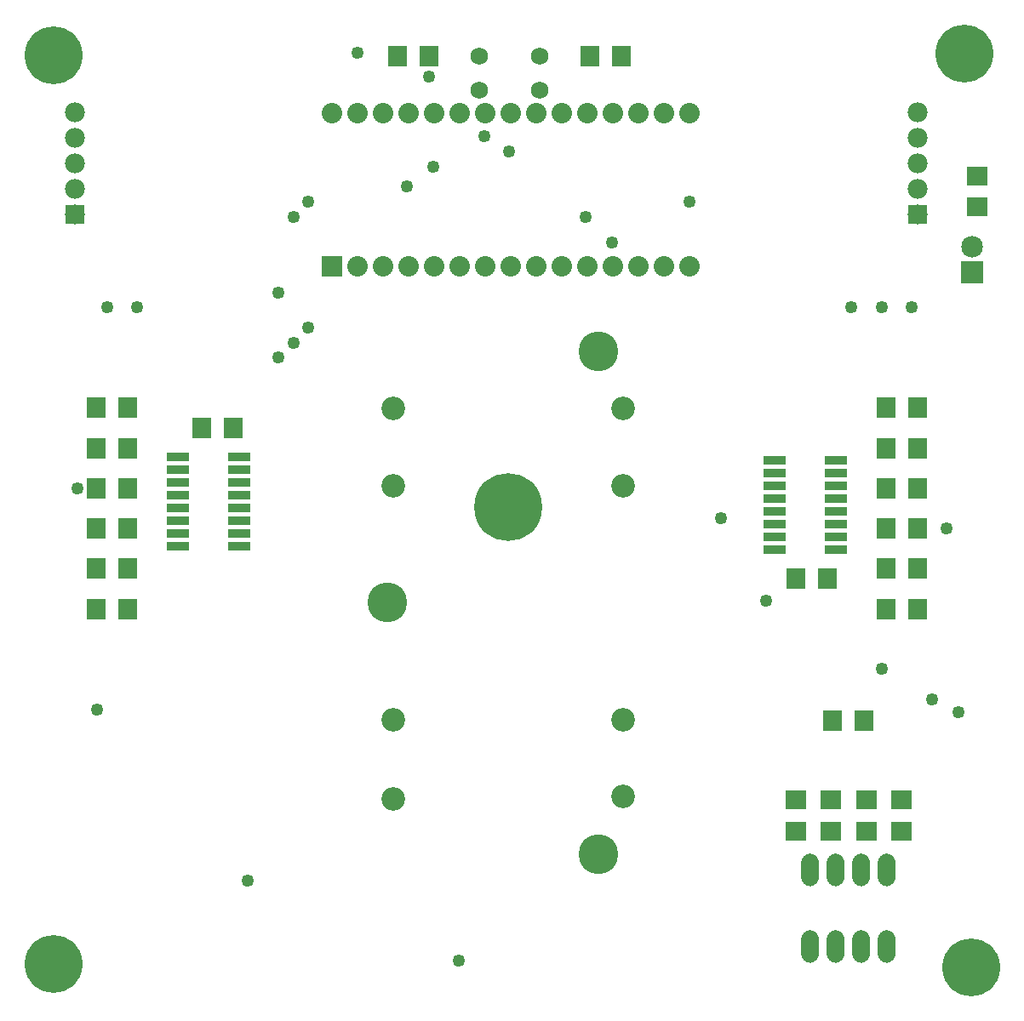
<source format=gts>
G04 MADE WITH FRITZING*
G04 WWW.FRITZING.ORG*
G04 DOUBLE SIDED*
G04 HOLES PLATED*
G04 CONTOUR ON CENTER OF CONTOUR VECTOR*
%ASAXBY*%
%FSLAX23Y23*%
%MOIN*%
%OFA0B0*%
%SFA1.0B1.0*%
%ADD10C,0.049370*%
%ADD11C,0.085000*%
%ADD12C,0.068189*%
%ADD13C,0.069055*%
%ADD14C,0.080000*%
%ADD15C,0.092677*%
%ADD16C,0.265905*%
%ADD17C,0.155669*%
%ADD18C,0.226535*%
%ADD19C,0.077559*%
%ADD20R,0.084803X0.072992*%
%ADD21R,0.085000X0.085000*%
%ADD22R,0.072992X0.084803*%
%ADD23R,0.090000X0.036000*%
%ADD24R,0.080000X0.079972*%
%ADD25R,0.077559X0.077559*%
%ADD26R,0.001000X0.001000*%
%LNMASK1*%
G90*
G70*
G54D10*
X3682Y1888D03*
X3726Y1169D03*
G54D11*
X3780Y2892D03*
X3780Y2992D03*
G54D12*
X3147Y250D03*
X3247Y250D03*
X3347Y250D03*
X3447Y250D03*
X3447Y550D03*
X3347Y550D03*
X3247Y550D03*
X3147Y550D03*
G54D10*
X1654Y3660D03*
X1373Y3752D03*
G54D13*
X1851Y3739D03*
X1851Y3605D03*
X1851Y3739D03*
X1851Y3605D03*
X2087Y3739D03*
X2087Y3605D03*
X2087Y3739D03*
X2087Y3605D03*
G54D14*
X1273Y2914D03*
X1373Y2914D03*
X1473Y2914D03*
X1573Y2914D03*
X1673Y2914D03*
X1773Y2914D03*
X1873Y2914D03*
X1973Y2914D03*
X2073Y2914D03*
X2173Y2914D03*
X2273Y2914D03*
X2373Y2914D03*
X2473Y2914D03*
X2573Y2914D03*
X2673Y2914D03*
X1273Y3514D03*
X1373Y3514D03*
X1473Y3514D03*
X1573Y3514D03*
X1673Y3514D03*
X1773Y3514D03*
X1873Y3514D03*
X1973Y3514D03*
X2073Y3514D03*
X2173Y3514D03*
X2273Y3514D03*
X2373Y3514D03*
X2473Y3514D03*
X2573Y3514D03*
X2673Y3514D03*
G54D10*
X1772Y195D03*
X945Y510D03*
X355Y1179D03*
X394Y2754D03*
X512Y2754D03*
X276Y2046D03*
X1123Y2616D03*
X1182Y2676D03*
X1182Y3168D03*
X1123Y3109D03*
X2269Y3110D03*
X2675Y3169D03*
X2974Y1604D03*
X2370Y3008D03*
X3426Y2754D03*
X3544Y2754D03*
X3623Y1219D03*
X3426Y1337D03*
X3308Y2754D03*
X2796Y1927D03*
X1670Y3305D03*
X1969Y3365D03*
X1567Y3230D03*
X1871Y3424D03*
G54D15*
X2415Y2358D03*
X2415Y2055D03*
X1515Y2055D03*
X1515Y2358D03*
X1515Y829D03*
X1515Y1140D03*
X2415Y1140D03*
X2415Y837D03*
G54D16*
X1965Y1971D03*
G54D17*
X2319Y2582D03*
X1492Y1597D03*
X2319Y613D03*
G54D18*
X184Y181D03*
X3751Y3749D03*
X183Y3741D03*
X3776Y167D03*
G54D10*
X1064Y2813D03*
X1064Y2557D03*
G54D19*
X269Y3117D03*
X269Y3217D03*
X269Y3317D03*
X269Y3417D03*
X269Y3517D03*
X3569Y3117D03*
X3569Y3217D03*
X3569Y3317D03*
X3569Y3417D03*
X3569Y3517D03*
G54D20*
X3505Y703D03*
X3505Y825D03*
G54D21*
X3780Y2892D03*
G54D20*
X3367Y703D03*
X3367Y825D03*
X3229Y703D03*
X3229Y825D03*
X3091Y703D03*
X3091Y825D03*
G54D22*
X3234Y1134D03*
X3356Y1134D03*
X886Y2282D03*
X764Y2282D03*
X3091Y1691D03*
X3213Y1691D03*
G54D23*
X670Y2167D03*
X670Y2117D03*
X670Y2067D03*
X670Y2017D03*
X670Y1967D03*
X670Y1917D03*
X670Y1867D03*
X670Y1817D03*
X912Y1817D03*
X912Y1867D03*
X912Y1917D03*
X912Y1967D03*
X912Y2017D03*
X912Y2067D03*
X912Y2117D03*
X912Y2167D03*
G54D24*
X1273Y2914D03*
G54D22*
X3445Y2361D03*
X3567Y2361D03*
X473Y1573D03*
X351Y1573D03*
X3445Y2203D03*
X3567Y2203D03*
X473Y1731D03*
X351Y1731D03*
X3445Y2046D03*
X3567Y2046D03*
X473Y1888D03*
X351Y1888D03*
X473Y2046D03*
X351Y2046D03*
X3445Y1888D03*
X3567Y1888D03*
X3445Y1731D03*
X3567Y1731D03*
X473Y2203D03*
X351Y2203D03*
X3445Y1573D03*
X3567Y1573D03*
X473Y2361D03*
X351Y2361D03*
G54D23*
X3249Y1806D03*
X3249Y1856D03*
X3249Y1906D03*
X3249Y1956D03*
X3249Y2006D03*
X3249Y2056D03*
X3249Y2106D03*
X3249Y2156D03*
X3007Y2156D03*
X3007Y2106D03*
X3007Y2056D03*
X3007Y2006D03*
X3007Y1956D03*
X3007Y1906D03*
X3007Y1856D03*
X3007Y1806D03*
G54D20*
X3800Y3148D03*
X3800Y3270D03*
G54D22*
X1654Y3739D03*
X1532Y3739D03*
X2284Y3739D03*
X2406Y3739D03*
G54D25*
X269Y3117D03*
X3569Y3117D03*
G54D26*
X3143Y613D02*
X3150Y613D01*
X3243Y613D02*
X3250Y613D01*
X3343Y613D02*
X3350Y613D01*
X3443Y613D02*
X3450Y613D01*
X3138Y612D02*
X3155Y612D01*
X3238Y612D02*
X3255Y612D01*
X3338Y612D02*
X3355Y612D01*
X3438Y612D02*
X3455Y612D01*
X3135Y611D02*
X3158Y611D01*
X3235Y611D02*
X3258Y611D01*
X3335Y611D02*
X3358Y611D01*
X3435Y611D02*
X3458Y611D01*
X3133Y610D02*
X3160Y610D01*
X3233Y610D02*
X3260Y610D01*
X3333Y610D02*
X3360Y610D01*
X3433Y610D02*
X3460Y610D01*
X3131Y609D02*
X3162Y609D01*
X3231Y609D02*
X3262Y609D01*
X3331Y609D02*
X3362Y609D01*
X3431Y609D02*
X3462Y609D01*
X3129Y608D02*
X3164Y608D01*
X3229Y608D02*
X3264Y608D01*
X3329Y608D02*
X3364Y608D01*
X3429Y608D02*
X3464Y608D01*
X3127Y607D02*
X3166Y607D01*
X3227Y607D02*
X3266Y607D01*
X3327Y607D02*
X3366Y607D01*
X3427Y607D02*
X3466Y607D01*
X3126Y606D02*
X3167Y606D01*
X3226Y606D02*
X3267Y606D01*
X3326Y606D02*
X3367Y606D01*
X3426Y606D02*
X3467Y606D01*
X3125Y605D02*
X3168Y605D01*
X3225Y605D02*
X3268Y605D01*
X3325Y605D02*
X3368Y605D01*
X3425Y605D02*
X3468Y605D01*
X3124Y604D02*
X3169Y604D01*
X3224Y604D02*
X3269Y604D01*
X3324Y604D02*
X3369Y604D01*
X3424Y604D02*
X3469Y604D01*
X3123Y603D02*
X3170Y603D01*
X3223Y603D02*
X3270Y603D01*
X3323Y603D02*
X3370Y603D01*
X3423Y603D02*
X3470Y603D01*
X3122Y602D02*
X3171Y602D01*
X3222Y602D02*
X3271Y602D01*
X3322Y602D02*
X3371Y602D01*
X3422Y602D02*
X3471Y602D01*
X3121Y601D02*
X3172Y601D01*
X3221Y601D02*
X3272Y601D01*
X3321Y601D02*
X3372Y601D01*
X3421Y601D02*
X3472Y601D01*
X3120Y600D02*
X3173Y600D01*
X3220Y600D02*
X3273Y600D01*
X3320Y600D02*
X3373Y600D01*
X3420Y600D02*
X3473Y600D01*
X3119Y599D02*
X3174Y599D01*
X3219Y599D02*
X3274Y599D01*
X3319Y599D02*
X3374Y599D01*
X3419Y599D02*
X3474Y599D01*
X3119Y598D02*
X3174Y598D01*
X3219Y598D02*
X3274Y598D01*
X3319Y598D02*
X3374Y598D01*
X3419Y598D02*
X3474Y598D01*
X3118Y597D02*
X3175Y597D01*
X3218Y597D02*
X3275Y597D01*
X3318Y597D02*
X3375Y597D01*
X3418Y597D02*
X3475Y597D01*
X3117Y596D02*
X3175Y596D01*
X3217Y596D02*
X3275Y596D01*
X3317Y596D02*
X3375Y596D01*
X3417Y596D02*
X3475Y596D01*
X3117Y595D02*
X3176Y595D01*
X3217Y595D02*
X3276Y595D01*
X3317Y595D02*
X3376Y595D01*
X3417Y595D02*
X3476Y595D01*
X3116Y594D02*
X3177Y594D01*
X3216Y594D02*
X3277Y594D01*
X3316Y594D02*
X3377Y594D01*
X3416Y594D02*
X3477Y594D01*
X3116Y593D02*
X3177Y593D01*
X3216Y593D02*
X3277Y593D01*
X3316Y593D02*
X3377Y593D01*
X3416Y593D02*
X3477Y593D01*
X3115Y592D02*
X3177Y592D01*
X3215Y592D02*
X3277Y592D01*
X3315Y592D02*
X3377Y592D01*
X3415Y592D02*
X3477Y592D01*
X3115Y591D02*
X3178Y591D01*
X3215Y591D02*
X3278Y591D01*
X3315Y591D02*
X3378Y591D01*
X3415Y591D02*
X3478Y591D01*
X3115Y590D02*
X3178Y590D01*
X3215Y590D02*
X3278Y590D01*
X3315Y590D02*
X3378Y590D01*
X3415Y590D02*
X3478Y590D01*
X3114Y589D02*
X3179Y589D01*
X3214Y589D02*
X3279Y589D01*
X3314Y589D02*
X3379Y589D01*
X3414Y589D02*
X3479Y589D01*
X3114Y588D02*
X3179Y588D01*
X3214Y588D02*
X3279Y588D01*
X3314Y588D02*
X3379Y588D01*
X3414Y588D02*
X3479Y588D01*
X3114Y587D02*
X3179Y587D01*
X3214Y587D02*
X3279Y587D01*
X3314Y587D02*
X3379Y587D01*
X3414Y587D02*
X3479Y587D01*
X3114Y586D02*
X3179Y586D01*
X3214Y586D02*
X3279Y586D01*
X3314Y586D02*
X3379Y586D01*
X3414Y586D02*
X3479Y586D01*
X3113Y585D02*
X3179Y585D01*
X3213Y585D02*
X3279Y585D01*
X3313Y585D02*
X3379Y585D01*
X3413Y585D02*
X3479Y585D01*
X3113Y584D02*
X3180Y584D01*
X3213Y584D02*
X3280Y584D01*
X3313Y584D02*
X3380Y584D01*
X3413Y584D02*
X3480Y584D01*
X3113Y583D02*
X3180Y583D01*
X3213Y583D02*
X3280Y583D01*
X3313Y583D02*
X3380Y583D01*
X3413Y583D02*
X3480Y583D01*
X3113Y582D02*
X3180Y582D01*
X3213Y582D02*
X3280Y582D01*
X3313Y582D02*
X3380Y582D01*
X3413Y582D02*
X3480Y582D01*
X3113Y581D02*
X3180Y581D01*
X3213Y581D02*
X3280Y581D01*
X3313Y581D02*
X3380Y581D01*
X3413Y581D02*
X3480Y581D01*
X3113Y580D02*
X3180Y580D01*
X3213Y580D02*
X3280Y580D01*
X3313Y580D02*
X3380Y580D01*
X3413Y580D02*
X3480Y580D01*
X3113Y579D02*
X3180Y579D01*
X3213Y579D02*
X3280Y579D01*
X3313Y579D02*
X3380Y579D01*
X3413Y579D02*
X3480Y579D01*
X3113Y578D02*
X3180Y578D01*
X3213Y578D02*
X3280Y578D01*
X3313Y578D02*
X3380Y578D01*
X3413Y578D02*
X3480Y578D01*
X3113Y577D02*
X3180Y577D01*
X3213Y577D02*
X3280Y577D01*
X3313Y577D02*
X3380Y577D01*
X3413Y577D02*
X3480Y577D01*
X3113Y576D02*
X3180Y576D01*
X3213Y576D02*
X3280Y576D01*
X3313Y576D02*
X3380Y576D01*
X3413Y576D02*
X3480Y576D01*
X3113Y575D02*
X3180Y575D01*
X3213Y575D02*
X3280Y575D01*
X3313Y575D02*
X3380Y575D01*
X3413Y575D02*
X3480Y575D01*
X3113Y574D02*
X3180Y574D01*
X3213Y574D02*
X3280Y574D01*
X3313Y574D02*
X3380Y574D01*
X3413Y574D02*
X3480Y574D01*
X3113Y573D02*
X3180Y573D01*
X3213Y573D02*
X3280Y573D01*
X3313Y573D02*
X3380Y573D01*
X3413Y573D02*
X3480Y573D01*
X3113Y572D02*
X3180Y572D01*
X3213Y572D02*
X3280Y572D01*
X3313Y572D02*
X3380Y572D01*
X3413Y572D02*
X3480Y572D01*
X3113Y571D02*
X3180Y571D01*
X3213Y571D02*
X3280Y571D01*
X3313Y571D02*
X3380Y571D01*
X3413Y571D02*
X3480Y571D01*
X3113Y570D02*
X3180Y570D01*
X3213Y570D02*
X3280Y570D01*
X3313Y570D02*
X3380Y570D01*
X3413Y570D02*
X3480Y570D01*
X3113Y569D02*
X3180Y569D01*
X3213Y569D02*
X3280Y569D01*
X3313Y569D02*
X3380Y569D01*
X3413Y569D02*
X3480Y569D01*
X3113Y568D02*
X3180Y568D01*
X3213Y568D02*
X3280Y568D01*
X3313Y568D02*
X3380Y568D01*
X3413Y568D02*
X3480Y568D01*
X3113Y567D02*
X3180Y567D01*
X3213Y567D02*
X3280Y567D01*
X3313Y567D02*
X3380Y567D01*
X3413Y567D02*
X3480Y567D01*
X3113Y566D02*
X3180Y566D01*
X3213Y566D02*
X3280Y566D01*
X3313Y566D02*
X3380Y566D01*
X3413Y566D02*
X3480Y566D01*
X3113Y565D02*
X3180Y565D01*
X3213Y565D02*
X3280Y565D01*
X3313Y565D02*
X3380Y565D01*
X3413Y565D02*
X3480Y565D01*
X3113Y564D02*
X3144Y564D01*
X3149Y564D02*
X3180Y564D01*
X3213Y564D02*
X3244Y564D01*
X3249Y564D02*
X3280Y564D01*
X3313Y564D02*
X3344Y564D01*
X3349Y564D02*
X3380Y564D01*
X3413Y564D02*
X3444Y564D01*
X3449Y564D02*
X3480Y564D01*
X3113Y563D02*
X3140Y563D01*
X3153Y563D02*
X3180Y563D01*
X3213Y563D02*
X3240Y563D01*
X3253Y563D02*
X3280Y563D01*
X3313Y563D02*
X3340Y563D01*
X3353Y563D02*
X3380Y563D01*
X3413Y563D02*
X3440Y563D01*
X3453Y563D02*
X3480Y563D01*
X3113Y562D02*
X3138Y562D01*
X3154Y562D02*
X3180Y562D01*
X3213Y562D02*
X3238Y562D01*
X3254Y562D02*
X3280Y562D01*
X3313Y562D02*
X3338Y562D01*
X3354Y562D02*
X3380Y562D01*
X3413Y562D02*
X3438Y562D01*
X3454Y562D02*
X3480Y562D01*
X3113Y561D02*
X3137Y561D01*
X3156Y561D02*
X3180Y561D01*
X3213Y561D02*
X3237Y561D01*
X3256Y561D02*
X3280Y561D01*
X3313Y561D02*
X3337Y561D01*
X3356Y561D02*
X3380Y561D01*
X3413Y561D02*
X3437Y561D01*
X3456Y561D02*
X3480Y561D01*
X3113Y560D02*
X3136Y560D01*
X3157Y560D02*
X3180Y560D01*
X3213Y560D02*
X3236Y560D01*
X3257Y560D02*
X3280Y560D01*
X3313Y560D02*
X3336Y560D01*
X3357Y560D02*
X3380Y560D01*
X3413Y560D02*
X3436Y560D01*
X3457Y560D02*
X3480Y560D01*
X3113Y559D02*
X3135Y559D01*
X3158Y559D02*
X3180Y559D01*
X3213Y559D02*
X3235Y559D01*
X3258Y559D02*
X3280Y559D01*
X3313Y559D02*
X3335Y559D01*
X3358Y559D02*
X3380Y559D01*
X3413Y559D02*
X3435Y559D01*
X3458Y559D02*
X3480Y559D01*
X3113Y558D02*
X3134Y558D01*
X3159Y558D02*
X3180Y558D01*
X3213Y558D02*
X3234Y558D01*
X3259Y558D02*
X3280Y558D01*
X3313Y558D02*
X3334Y558D01*
X3359Y558D02*
X3380Y558D01*
X3413Y558D02*
X3434Y558D01*
X3459Y558D02*
X3480Y558D01*
X3113Y557D02*
X3134Y557D01*
X3159Y557D02*
X3180Y557D01*
X3213Y557D02*
X3234Y557D01*
X3259Y557D02*
X3280Y557D01*
X3313Y557D02*
X3334Y557D01*
X3359Y557D02*
X3380Y557D01*
X3413Y557D02*
X3434Y557D01*
X3459Y557D02*
X3480Y557D01*
X3113Y556D02*
X3133Y556D01*
X3160Y556D02*
X3180Y556D01*
X3213Y556D02*
X3233Y556D01*
X3260Y556D02*
X3280Y556D01*
X3313Y556D02*
X3333Y556D01*
X3360Y556D02*
X3380Y556D01*
X3413Y556D02*
X3433Y556D01*
X3460Y556D02*
X3480Y556D01*
X3113Y555D02*
X3133Y555D01*
X3160Y555D02*
X3180Y555D01*
X3213Y555D02*
X3233Y555D01*
X3260Y555D02*
X3280Y555D01*
X3313Y555D02*
X3333Y555D01*
X3360Y555D02*
X3380Y555D01*
X3413Y555D02*
X3433Y555D01*
X3460Y555D02*
X3480Y555D01*
X3113Y554D02*
X3132Y554D01*
X3161Y554D02*
X3180Y554D01*
X3213Y554D02*
X3232Y554D01*
X3261Y554D02*
X3280Y554D01*
X3313Y554D02*
X3332Y554D01*
X3361Y554D02*
X3380Y554D01*
X3413Y554D02*
X3432Y554D01*
X3461Y554D02*
X3480Y554D01*
X3113Y553D02*
X3132Y553D01*
X3161Y553D02*
X3180Y553D01*
X3213Y553D02*
X3232Y553D01*
X3261Y553D02*
X3280Y553D01*
X3313Y553D02*
X3332Y553D01*
X3361Y553D02*
X3380Y553D01*
X3413Y553D02*
X3432Y553D01*
X3461Y553D02*
X3480Y553D01*
X3113Y552D02*
X3132Y552D01*
X3161Y552D02*
X3180Y552D01*
X3213Y552D02*
X3232Y552D01*
X3261Y552D02*
X3280Y552D01*
X3313Y552D02*
X3332Y552D01*
X3361Y552D02*
X3380Y552D01*
X3413Y552D02*
X3432Y552D01*
X3461Y552D02*
X3480Y552D01*
X3113Y551D02*
X3132Y551D01*
X3161Y551D02*
X3180Y551D01*
X3213Y551D02*
X3232Y551D01*
X3261Y551D02*
X3280Y551D01*
X3313Y551D02*
X3332Y551D01*
X3361Y551D02*
X3380Y551D01*
X3413Y551D02*
X3432Y551D01*
X3461Y551D02*
X3480Y551D01*
X3113Y550D02*
X3132Y550D01*
X3161Y550D02*
X3180Y550D01*
X3213Y550D02*
X3232Y550D01*
X3261Y550D02*
X3280Y550D01*
X3313Y550D02*
X3332Y550D01*
X3361Y550D02*
X3380Y550D01*
X3413Y550D02*
X3432Y550D01*
X3461Y550D02*
X3480Y550D01*
X3113Y549D02*
X3132Y549D01*
X3161Y549D02*
X3180Y549D01*
X3213Y549D02*
X3232Y549D01*
X3261Y549D02*
X3280Y549D01*
X3313Y549D02*
X3332Y549D01*
X3361Y549D02*
X3380Y549D01*
X3413Y549D02*
X3432Y549D01*
X3461Y549D02*
X3480Y549D01*
X3113Y548D02*
X3132Y548D01*
X3161Y548D02*
X3180Y548D01*
X3213Y548D02*
X3232Y548D01*
X3261Y548D02*
X3280Y548D01*
X3313Y548D02*
X3332Y548D01*
X3361Y548D02*
X3380Y548D01*
X3413Y548D02*
X3432Y548D01*
X3461Y548D02*
X3480Y548D01*
X3113Y547D02*
X3132Y547D01*
X3161Y547D02*
X3180Y547D01*
X3213Y547D02*
X3232Y547D01*
X3261Y547D02*
X3280Y547D01*
X3313Y547D02*
X3332Y547D01*
X3361Y547D02*
X3380Y547D01*
X3413Y547D02*
X3432Y547D01*
X3461Y547D02*
X3480Y547D01*
X3113Y546D02*
X3132Y546D01*
X3160Y546D02*
X3180Y546D01*
X3213Y546D02*
X3232Y546D01*
X3260Y546D02*
X3280Y546D01*
X3313Y546D02*
X3332Y546D01*
X3360Y546D02*
X3380Y546D01*
X3413Y546D02*
X3432Y546D01*
X3460Y546D02*
X3480Y546D01*
X3113Y545D02*
X3133Y545D01*
X3160Y545D02*
X3180Y545D01*
X3213Y545D02*
X3233Y545D01*
X3260Y545D02*
X3280Y545D01*
X3313Y545D02*
X3333Y545D01*
X3360Y545D02*
X3380Y545D01*
X3413Y545D02*
X3433Y545D01*
X3460Y545D02*
X3480Y545D01*
X3113Y544D02*
X3133Y544D01*
X3160Y544D02*
X3180Y544D01*
X3213Y544D02*
X3233Y544D01*
X3260Y544D02*
X3280Y544D01*
X3313Y544D02*
X3333Y544D01*
X3360Y544D02*
X3380Y544D01*
X3413Y544D02*
X3433Y544D01*
X3460Y544D02*
X3480Y544D01*
X3113Y543D02*
X3134Y543D01*
X3159Y543D02*
X3180Y543D01*
X3213Y543D02*
X3234Y543D01*
X3259Y543D02*
X3280Y543D01*
X3313Y543D02*
X3334Y543D01*
X3359Y543D02*
X3380Y543D01*
X3413Y543D02*
X3434Y543D01*
X3459Y543D02*
X3480Y543D01*
X3113Y542D02*
X3134Y542D01*
X3159Y542D02*
X3180Y542D01*
X3213Y542D02*
X3234Y542D01*
X3259Y542D02*
X3280Y542D01*
X3313Y542D02*
X3334Y542D01*
X3359Y542D02*
X3380Y542D01*
X3413Y542D02*
X3434Y542D01*
X3459Y542D02*
X3480Y542D01*
X3113Y541D02*
X3135Y541D01*
X3158Y541D02*
X3180Y541D01*
X3213Y541D02*
X3235Y541D01*
X3258Y541D02*
X3280Y541D01*
X3313Y541D02*
X3335Y541D01*
X3358Y541D02*
X3380Y541D01*
X3413Y541D02*
X3435Y541D01*
X3458Y541D02*
X3480Y541D01*
X3113Y540D02*
X3136Y540D01*
X3157Y540D02*
X3180Y540D01*
X3213Y540D02*
X3236Y540D01*
X3257Y540D02*
X3280Y540D01*
X3313Y540D02*
X3336Y540D01*
X3357Y540D02*
X3380Y540D01*
X3413Y540D02*
X3436Y540D01*
X3457Y540D02*
X3480Y540D01*
X3113Y539D02*
X3137Y539D01*
X3156Y539D02*
X3180Y539D01*
X3213Y539D02*
X3237Y539D01*
X3256Y539D02*
X3280Y539D01*
X3313Y539D02*
X3337Y539D01*
X3356Y539D02*
X3380Y539D01*
X3413Y539D02*
X3437Y539D01*
X3456Y539D02*
X3480Y539D01*
X3113Y538D02*
X3139Y538D01*
X3154Y538D02*
X3180Y538D01*
X3213Y538D02*
X3239Y538D01*
X3254Y538D02*
X3280Y538D01*
X3313Y538D02*
X3339Y538D01*
X3354Y538D02*
X3380Y538D01*
X3413Y538D02*
X3439Y538D01*
X3454Y538D02*
X3480Y538D01*
X3113Y537D02*
X3140Y537D01*
X3152Y537D02*
X3180Y537D01*
X3213Y537D02*
X3240Y537D01*
X3252Y537D02*
X3280Y537D01*
X3313Y537D02*
X3340Y537D01*
X3352Y537D02*
X3380Y537D01*
X3413Y537D02*
X3440Y537D01*
X3452Y537D02*
X3480Y537D01*
X3113Y536D02*
X3145Y536D01*
X3147Y536D02*
X3180Y536D01*
X3213Y536D02*
X3245Y536D01*
X3247Y536D02*
X3280Y536D01*
X3313Y536D02*
X3345Y536D01*
X3347Y536D02*
X3380Y536D01*
X3413Y536D02*
X3445Y536D01*
X3447Y536D02*
X3480Y536D01*
X3113Y535D02*
X3180Y535D01*
X3213Y535D02*
X3280Y535D01*
X3313Y535D02*
X3380Y535D01*
X3413Y535D02*
X3480Y535D01*
X3113Y534D02*
X3180Y534D01*
X3213Y534D02*
X3280Y534D01*
X3313Y534D02*
X3380Y534D01*
X3413Y534D02*
X3480Y534D01*
X3113Y533D02*
X3180Y533D01*
X3213Y533D02*
X3280Y533D01*
X3313Y533D02*
X3380Y533D01*
X3413Y533D02*
X3480Y533D01*
X3113Y532D02*
X3180Y532D01*
X3213Y532D02*
X3280Y532D01*
X3313Y532D02*
X3380Y532D01*
X3413Y532D02*
X3480Y532D01*
X3113Y531D02*
X3180Y531D01*
X3213Y531D02*
X3280Y531D01*
X3313Y531D02*
X3380Y531D01*
X3413Y531D02*
X3480Y531D01*
X3113Y530D02*
X3180Y530D01*
X3213Y530D02*
X3280Y530D01*
X3313Y530D02*
X3380Y530D01*
X3413Y530D02*
X3480Y530D01*
X3113Y529D02*
X3180Y529D01*
X3213Y529D02*
X3280Y529D01*
X3313Y529D02*
X3380Y529D01*
X3413Y529D02*
X3480Y529D01*
X3113Y528D02*
X3180Y528D01*
X3213Y528D02*
X3280Y528D01*
X3313Y528D02*
X3380Y528D01*
X3413Y528D02*
X3480Y528D01*
X3113Y527D02*
X3180Y527D01*
X3213Y527D02*
X3280Y527D01*
X3313Y527D02*
X3380Y527D01*
X3413Y527D02*
X3480Y527D01*
X3113Y526D02*
X3180Y526D01*
X3213Y526D02*
X3280Y526D01*
X3313Y526D02*
X3380Y526D01*
X3413Y526D02*
X3480Y526D01*
X3113Y525D02*
X3180Y525D01*
X3213Y525D02*
X3280Y525D01*
X3313Y525D02*
X3380Y525D01*
X3413Y525D02*
X3480Y525D01*
X3113Y524D02*
X3180Y524D01*
X3213Y524D02*
X3280Y524D01*
X3313Y524D02*
X3380Y524D01*
X3413Y524D02*
X3480Y524D01*
X3113Y523D02*
X3180Y523D01*
X3213Y523D02*
X3280Y523D01*
X3313Y523D02*
X3380Y523D01*
X3413Y523D02*
X3480Y523D01*
X3113Y522D02*
X3180Y522D01*
X3213Y522D02*
X3280Y522D01*
X3313Y522D02*
X3380Y522D01*
X3413Y522D02*
X3480Y522D01*
X3113Y521D02*
X3180Y521D01*
X3213Y521D02*
X3280Y521D01*
X3313Y521D02*
X3380Y521D01*
X3413Y521D02*
X3480Y521D01*
X3113Y520D02*
X3180Y520D01*
X3213Y520D02*
X3280Y520D01*
X3313Y520D02*
X3380Y520D01*
X3413Y520D02*
X3480Y520D01*
X3113Y519D02*
X3180Y519D01*
X3213Y519D02*
X3280Y519D01*
X3313Y519D02*
X3380Y519D01*
X3413Y519D02*
X3480Y519D01*
X3113Y518D02*
X3180Y518D01*
X3213Y518D02*
X3280Y518D01*
X3313Y518D02*
X3380Y518D01*
X3413Y518D02*
X3480Y518D01*
X3113Y517D02*
X3180Y517D01*
X3213Y517D02*
X3280Y517D01*
X3313Y517D02*
X3380Y517D01*
X3413Y517D02*
X3480Y517D01*
X3113Y516D02*
X3180Y516D01*
X3213Y516D02*
X3280Y516D01*
X3313Y516D02*
X3380Y516D01*
X3413Y516D02*
X3480Y516D01*
X3113Y515D02*
X3179Y515D01*
X3213Y515D02*
X3279Y515D01*
X3313Y515D02*
X3379Y515D01*
X3413Y515D02*
X3479Y515D01*
X3114Y514D02*
X3179Y514D01*
X3214Y514D02*
X3279Y514D01*
X3314Y514D02*
X3379Y514D01*
X3414Y514D02*
X3479Y514D01*
X3114Y513D02*
X3179Y513D01*
X3214Y513D02*
X3279Y513D01*
X3314Y513D02*
X3379Y513D01*
X3414Y513D02*
X3479Y513D01*
X3114Y512D02*
X3179Y512D01*
X3214Y512D02*
X3279Y512D01*
X3314Y512D02*
X3379Y512D01*
X3414Y512D02*
X3479Y512D01*
X3114Y511D02*
X3178Y511D01*
X3214Y511D02*
X3278Y511D01*
X3314Y511D02*
X3378Y511D01*
X3414Y511D02*
X3478Y511D01*
X3115Y510D02*
X3178Y510D01*
X3215Y510D02*
X3278Y510D01*
X3315Y510D02*
X3378Y510D01*
X3415Y510D02*
X3478Y510D01*
X3115Y509D02*
X3178Y509D01*
X3215Y509D02*
X3278Y509D01*
X3315Y509D02*
X3378Y509D01*
X3415Y509D02*
X3478Y509D01*
X3116Y508D02*
X3177Y508D01*
X3216Y508D02*
X3277Y508D01*
X3316Y508D02*
X3377Y508D01*
X3416Y508D02*
X3477Y508D01*
X3116Y507D02*
X3177Y507D01*
X3216Y507D02*
X3277Y507D01*
X3316Y507D02*
X3377Y507D01*
X3416Y507D02*
X3477Y507D01*
X3116Y506D02*
X3176Y506D01*
X3216Y506D02*
X3276Y506D01*
X3316Y506D02*
X3376Y506D01*
X3416Y506D02*
X3476Y506D01*
X3117Y505D02*
X3176Y505D01*
X3217Y505D02*
X3276Y505D01*
X3317Y505D02*
X3376Y505D01*
X3417Y505D02*
X3476Y505D01*
X3117Y504D02*
X3175Y504D01*
X3217Y504D02*
X3275Y504D01*
X3317Y504D02*
X3375Y504D01*
X3417Y504D02*
X3475Y504D01*
X3118Y503D02*
X3175Y503D01*
X3218Y503D02*
X3275Y503D01*
X3318Y503D02*
X3375Y503D01*
X3418Y503D02*
X3475Y503D01*
X3119Y502D02*
X3174Y502D01*
X3219Y502D02*
X3274Y502D01*
X3319Y502D02*
X3374Y502D01*
X3419Y502D02*
X3474Y502D01*
X3119Y501D02*
X3174Y501D01*
X3219Y501D02*
X3274Y501D01*
X3319Y501D02*
X3374Y501D01*
X3419Y501D02*
X3474Y501D01*
X3120Y500D02*
X3173Y500D01*
X3220Y500D02*
X3273Y500D01*
X3320Y500D02*
X3373Y500D01*
X3420Y500D02*
X3473Y500D01*
X3121Y499D02*
X3172Y499D01*
X3221Y499D02*
X3272Y499D01*
X3321Y499D02*
X3372Y499D01*
X3421Y499D02*
X3472Y499D01*
X3122Y498D02*
X3171Y498D01*
X3222Y498D02*
X3271Y498D01*
X3322Y498D02*
X3371Y498D01*
X3422Y498D02*
X3471Y498D01*
X3123Y497D02*
X3170Y497D01*
X3223Y497D02*
X3270Y497D01*
X3323Y497D02*
X3370Y497D01*
X3423Y497D02*
X3470Y497D01*
X3124Y496D02*
X3169Y496D01*
X3224Y496D02*
X3269Y496D01*
X3324Y496D02*
X3369Y496D01*
X3424Y496D02*
X3469Y496D01*
X3125Y495D02*
X3168Y495D01*
X3225Y495D02*
X3268Y495D01*
X3325Y495D02*
X3368Y495D01*
X3425Y495D02*
X3468Y495D01*
X3126Y494D02*
X3167Y494D01*
X3226Y494D02*
X3267Y494D01*
X3326Y494D02*
X3367Y494D01*
X3426Y494D02*
X3467Y494D01*
X3128Y493D02*
X3165Y493D01*
X3228Y493D02*
X3265Y493D01*
X3328Y493D02*
X3365Y493D01*
X3428Y493D02*
X3465Y493D01*
X3129Y492D02*
X3164Y492D01*
X3229Y492D02*
X3264Y492D01*
X3329Y492D02*
X3364Y492D01*
X3429Y492D02*
X3464Y492D01*
X3131Y491D02*
X3162Y491D01*
X3231Y491D02*
X3262Y491D01*
X3331Y491D02*
X3362Y491D01*
X3431Y491D02*
X3462Y491D01*
X3133Y490D02*
X3160Y490D01*
X3233Y490D02*
X3260Y490D01*
X3333Y490D02*
X3360Y490D01*
X3433Y490D02*
X3460Y490D01*
X3135Y489D02*
X3157Y489D01*
X3235Y489D02*
X3257Y489D01*
X3335Y489D02*
X3357Y489D01*
X3435Y489D02*
X3457Y489D01*
X3139Y488D02*
X3154Y488D01*
X3239Y488D02*
X3254Y488D01*
X3339Y488D02*
X3354Y488D01*
X3439Y488D02*
X3454Y488D01*
X3144Y487D02*
X3149Y487D01*
X3244Y487D02*
X3249Y487D01*
X3344Y487D02*
X3349Y487D01*
X3444Y487D02*
X3449Y487D01*
X3143Y313D02*
X3150Y313D01*
X3243Y313D02*
X3250Y313D01*
X3343Y313D02*
X3350Y313D01*
X3443Y313D02*
X3450Y313D01*
X3138Y312D02*
X3155Y312D01*
X3238Y312D02*
X3255Y312D01*
X3338Y312D02*
X3355Y312D01*
X3438Y312D02*
X3455Y312D01*
X3135Y311D02*
X3158Y311D01*
X3235Y311D02*
X3258Y311D01*
X3335Y311D02*
X3358Y311D01*
X3435Y311D02*
X3458Y311D01*
X3133Y310D02*
X3160Y310D01*
X3233Y310D02*
X3260Y310D01*
X3333Y310D02*
X3360Y310D01*
X3433Y310D02*
X3460Y310D01*
X3131Y309D02*
X3162Y309D01*
X3231Y309D02*
X3262Y309D01*
X3331Y309D02*
X3362Y309D01*
X3431Y309D02*
X3462Y309D01*
X3129Y308D02*
X3164Y308D01*
X3229Y308D02*
X3264Y308D01*
X3329Y308D02*
X3364Y308D01*
X3429Y308D02*
X3464Y308D01*
X3127Y307D02*
X3166Y307D01*
X3227Y307D02*
X3266Y307D01*
X3327Y307D02*
X3366Y307D01*
X3427Y307D02*
X3466Y307D01*
X3126Y306D02*
X3167Y306D01*
X3226Y306D02*
X3267Y306D01*
X3326Y306D02*
X3367Y306D01*
X3426Y306D02*
X3467Y306D01*
X3125Y305D02*
X3168Y305D01*
X3225Y305D02*
X3268Y305D01*
X3325Y305D02*
X3368Y305D01*
X3425Y305D02*
X3468Y305D01*
X3124Y304D02*
X3169Y304D01*
X3224Y304D02*
X3269Y304D01*
X3324Y304D02*
X3369Y304D01*
X3424Y304D02*
X3469Y304D01*
X3123Y303D02*
X3170Y303D01*
X3223Y303D02*
X3270Y303D01*
X3323Y303D02*
X3370Y303D01*
X3423Y303D02*
X3470Y303D01*
X3122Y302D02*
X3171Y302D01*
X3222Y302D02*
X3271Y302D01*
X3322Y302D02*
X3371Y302D01*
X3422Y302D02*
X3471Y302D01*
X3121Y301D02*
X3172Y301D01*
X3221Y301D02*
X3272Y301D01*
X3321Y301D02*
X3372Y301D01*
X3421Y301D02*
X3472Y301D01*
X3120Y300D02*
X3173Y300D01*
X3220Y300D02*
X3273Y300D01*
X3320Y300D02*
X3373Y300D01*
X3420Y300D02*
X3473Y300D01*
X3119Y299D02*
X3174Y299D01*
X3219Y299D02*
X3274Y299D01*
X3319Y299D02*
X3374Y299D01*
X3419Y299D02*
X3474Y299D01*
X3119Y298D02*
X3174Y298D01*
X3219Y298D02*
X3274Y298D01*
X3319Y298D02*
X3374Y298D01*
X3419Y298D02*
X3474Y298D01*
X3118Y297D02*
X3175Y297D01*
X3218Y297D02*
X3275Y297D01*
X3318Y297D02*
X3375Y297D01*
X3418Y297D02*
X3475Y297D01*
X3117Y296D02*
X3175Y296D01*
X3217Y296D02*
X3275Y296D01*
X3317Y296D02*
X3375Y296D01*
X3417Y296D02*
X3475Y296D01*
X3117Y295D02*
X3176Y295D01*
X3217Y295D02*
X3276Y295D01*
X3317Y295D02*
X3376Y295D01*
X3417Y295D02*
X3476Y295D01*
X3116Y294D02*
X3177Y294D01*
X3216Y294D02*
X3277Y294D01*
X3316Y294D02*
X3377Y294D01*
X3416Y294D02*
X3477Y294D01*
X3116Y293D02*
X3177Y293D01*
X3216Y293D02*
X3277Y293D01*
X3316Y293D02*
X3377Y293D01*
X3416Y293D02*
X3477Y293D01*
X3115Y292D02*
X3177Y292D01*
X3215Y292D02*
X3277Y292D01*
X3315Y292D02*
X3377Y292D01*
X3415Y292D02*
X3477Y292D01*
X3115Y291D02*
X3178Y291D01*
X3215Y291D02*
X3278Y291D01*
X3315Y291D02*
X3378Y291D01*
X3415Y291D02*
X3478Y291D01*
X3115Y290D02*
X3178Y290D01*
X3215Y290D02*
X3278Y290D01*
X3315Y290D02*
X3378Y290D01*
X3415Y290D02*
X3478Y290D01*
X3114Y289D02*
X3179Y289D01*
X3214Y289D02*
X3279Y289D01*
X3314Y289D02*
X3379Y289D01*
X3414Y289D02*
X3479Y289D01*
X3114Y288D02*
X3179Y288D01*
X3214Y288D02*
X3279Y288D01*
X3314Y288D02*
X3379Y288D01*
X3414Y288D02*
X3479Y288D01*
X3114Y287D02*
X3179Y287D01*
X3214Y287D02*
X3279Y287D01*
X3314Y287D02*
X3379Y287D01*
X3414Y287D02*
X3479Y287D01*
X3114Y286D02*
X3179Y286D01*
X3214Y286D02*
X3279Y286D01*
X3314Y286D02*
X3379Y286D01*
X3414Y286D02*
X3479Y286D01*
X3113Y285D02*
X3179Y285D01*
X3213Y285D02*
X3279Y285D01*
X3313Y285D02*
X3379Y285D01*
X3413Y285D02*
X3479Y285D01*
X3113Y284D02*
X3180Y284D01*
X3213Y284D02*
X3280Y284D01*
X3313Y284D02*
X3380Y284D01*
X3413Y284D02*
X3480Y284D01*
X3113Y283D02*
X3180Y283D01*
X3213Y283D02*
X3280Y283D01*
X3313Y283D02*
X3380Y283D01*
X3413Y283D02*
X3480Y283D01*
X3113Y282D02*
X3180Y282D01*
X3213Y282D02*
X3280Y282D01*
X3313Y282D02*
X3380Y282D01*
X3413Y282D02*
X3480Y282D01*
X3113Y281D02*
X3180Y281D01*
X3213Y281D02*
X3280Y281D01*
X3313Y281D02*
X3380Y281D01*
X3413Y281D02*
X3480Y281D01*
X3113Y280D02*
X3180Y280D01*
X3213Y280D02*
X3280Y280D01*
X3313Y280D02*
X3380Y280D01*
X3413Y280D02*
X3480Y280D01*
X3113Y279D02*
X3180Y279D01*
X3213Y279D02*
X3280Y279D01*
X3313Y279D02*
X3380Y279D01*
X3413Y279D02*
X3480Y279D01*
X3113Y278D02*
X3180Y278D01*
X3213Y278D02*
X3280Y278D01*
X3313Y278D02*
X3380Y278D01*
X3413Y278D02*
X3480Y278D01*
X3113Y277D02*
X3180Y277D01*
X3213Y277D02*
X3280Y277D01*
X3313Y277D02*
X3380Y277D01*
X3413Y277D02*
X3480Y277D01*
X3113Y276D02*
X3180Y276D01*
X3213Y276D02*
X3280Y276D01*
X3313Y276D02*
X3380Y276D01*
X3413Y276D02*
X3480Y276D01*
X3113Y275D02*
X3180Y275D01*
X3213Y275D02*
X3280Y275D01*
X3313Y275D02*
X3380Y275D01*
X3413Y275D02*
X3480Y275D01*
X3113Y274D02*
X3180Y274D01*
X3213Y274D02*
X3280Y274D01*
X3313Y274D02*
X3380Y274D01*
X3413Y274D02*
X3480Y274D01*
X3113Y273D02*
X3180Y273D01*
X3213Y273D02*
X3280Y273D01*
X3313Y273D02*
X3380Y273D01*
X3413Y273D02*
X3480Y273D01*
X3113Y272D02*
X3180Y272D01*
X3213Y272D02*
X3280Y272D01*
X3313Y272D02*
X3380Y272D01*
X3413Y272D02*
X3480Y272D01*
X3113Y271D02*
X3180Y271D01*
X3213Y271D02*
X3280Y271D01*
X3313Y271D02*
X3380Y271D01*
X3413Y271D02*
X3480Y271D01*
X3113Y270D02*
X3180Y270D01*
X3213Y270D02*
X3280Y270D01*
X3313Y270D02*
X3380Y270D01*
X3413Y270D02*
X3480Y270D01*
X3113Y269D02*
X3180Y269D01*
X3213Y269D02*
X3280Y269D01*
X3313Y269D02*
X3380Y269D01*
X3413Y269D02*
X3480Y269D01*
X3113Y268D02*
X3180Y268D01*
X3213Y268D02*
X3280Y268D01*
X3313Y268D02*
X3380Y268D01*
X3413Y268D02*
X3480Y268D01*
X3113Y267D02*
X3180Y267D01*
X3213Y267D02*
X3280Y267D01*
X3313Y267D02*
X3380Y267D01*
X3413Y267D02*
X3480Y267D01*
X3113Y266D02*
X3180Y266D01*
X3213Y266D02*
X3280Y266D01*
X3313Y266D02*
X3380Y266D01*
X3413Y266D02*
X3480Y266D01*
X3113Y265D02*
X3180Y265D01*
X3213Y265D02*
X3280Y265D01*
X3313Y265D02*
X3380Y265D01*
X3413Y265D02*
X3480Y265D01*
X3113Y264D02*
X3144Y264D01*
X3149Y264D02*
X3180Y264D01*
X3213Y264D02*
X3244Y264D01*
X3249Y264D02*
X3280Y264D01*
X3313Y264D02*
X3344Y264D01*
X3349Y264D02*
X3380Y264D01*
X3413Y264D02*
X3444Y264D01*
X3449Y264D02*
X3480Y264D01*
X3113Y263D02*
X3140Y263D01*
X3153Y263D02*
X3180Y263D01*
X3213Y263D02*
X3240Y263D01*
X3253Y263D02*
X3280Y263D01*
X3313Y263D02*
X3340Y263D01*
X3353Y263D02*
X3380Y263D01*
X3413Y263D02*
X3440Y263D01*
X3453Y263D02*
X3480Y263D01*
X3113Y262D02*
X3138Y262D01*
X3154Y262D02*
X3180Y262D01*
X3213Y262D02*
X3238Y262D01*
X3254Y262D02*
X3280Y262D01*
X3313Y262D02*
X3338Y262D01*
X3354Y262D02*
X3380Y262D01*
X3413Y262D02*
X3438Y262D01*
X3454Y262D02*
X3480Y262D01*
X3113Y261D02*
X3137Y261D01*
X3156Y261D02*
X3180Y261D01*
X3213Y261D02*
X3237Y261D01*
X3256Y261D02*
X3280Y261D01*
X3313Y261D02*
X3337Y261D01*
X3356Y261D02*
X3380Y261D01*
X3413Y261D02*
X3437Y261D01*
X3456Y261D02*
X3480Y261D01*
X3113Y260D02*
X3136Y260D01*
X3157Y260D02*
X3180Y260D01*
X3213Y260D02*
X3236Y260D01*
X3257Y260D02*
X3280Y260D01*
X3313Y260D02*
X3336Y260D01*
X3357Y260D02*
X3380Y260D01*
X3413Y260D02*
X3436Y260D01*
X3457Y260D02*
X3480Y260D01*
X3113Y259D02*
X3135Y259D01*
X3158Y259D02*
X3180Y259D01*
X3213Y259D02*
X3235Y259D01*
X3258Y259D02*
X3280Y259D01*
X3313Y259D02*
X3335Y259D01*
X3358Y259D02*
X3380Y259D01*
X3413Y259D02*
X3435Y259D01*
X3458Y259D02*
X3480Y259D01*
X3113Y258D02*
X3134Y258D01*
X3159Y258D02*
X3180Y258D01*
X3213Y258D02*
X3234Y258D01*
X3259Y258D02*
X3280Y258D01*
X3313Y258D02*
X3334Y258D01*
X3359Y258D02*
X3380Y258D01*
X3413Y258D02*
X3434Y258D01*
X3459Y258D02*
X3480Y258D01*
X3113Y257D02*
X3134Y257D01*
X3159Y257D02*
X3180Y257D01*
X3213Y257D02*
X3234Y257D01*
X3259Y257D02*
X3280Y257D01*
X3313Y257D02*
X3334Y257D01*
X3359Y257D02*
X3380Y257D01*
X3413Y257D02*
X3434Y257D01*
X3459Y257D02*
X3480Y257D01*
X3113Y256D02*
X3133Y256D01*
X3160Y256D02*
X3180Y256D01*
X3213Y256D02*
X3233Y256D01*
X3260Y256D02*
X3280Y256D01*
X3313Y256D02*
X3333Y256D01*
X3360Y256D02*
X3380Y256D01*
X3413Y256D02*
X3433Y256D01*
X3460Y256D02*
X3480Y256D01*
X3113Y255D02*
X3133Y255D01*
X3160Y255D02*
X3180Y255D01*
X3213Y255D02*
X3233Y255D01*
X3260Y255D02*
X3280Y255D01*
X3313Y255D02*
X3333Y255D01*
X3360Y255D02*
X3380Y255D01*
X3413Y255D02*
X3433Y255D01*
X3460Y255D02*
X3480Y255D01*
X3113Y254D02*
X3132Y254D01*
X3161Y254D02*
X3180Y254D01*
X3213Y254D02*
X3232Y254D01*
X3261Y254D02*
X3280Y254D01*
X3313Y254D02*
X3332Y254D01*
X3361Y254D02*
X3380Y254D01*
X3413Y254D02*
X3432Y254D01*
X3461Y254D02*
X3480Y254D01*
X3113Y253D02*
X3132Y253D01*
X3161Y253D02*
X3180Y253D01*
X3213Y253D02*
X3232Y253D01*
X3261Y253D02*
X3280Y253D01*
X3313Y253D02*
X3332Y253D01*
X3361Y253D02*
X3380Y253D01*
X3413Y253D02*
X3432Y253D01*
X3461Y253D02*
X3480Y253D01*
X3113Y252D02*
X3132Y252D01*
X3161Y252D02*
X3180Y252D01*
X3213Y252D02*
X3232Y252D01*
X3261Y252D02*
X3280Y252D01*
X3313Y252D02*
X3332Y252D01*
X3361Y252D02*
X3380Y252D01*
X3413Y252D02*
X3432Y252D01*
X3461Y252D02*
X3480Y252D01*
X3113Y251D02*
X3132Y251D01*
X3161Y251D02*
X3180Y251D01*
X3213Y251D02*
X3232Y251D01*
X3261Y251D02*
X3280Y251D01*
X3313Y251D02*
X3332Y251D01*
X3361Y251D02*
X3380Y251D01*
X3413Y251D02*
X3432Y251D01*
X3461Y251D02*
X3480Y251D01*
X3113Y250D02*
X3132Y250D01*
X3161Y250D02*
X3180Y250D01*
X3213Y250D02*
X3232Y250D01*
X3261Y250D02*
X3280Y250D01*
X3313Y250D02*
X3332Y250D01*
X3361Y250D02*
X3380Y250D01*
X3413Y250D02*
X3432Y250D01*
X3461Y250D02*
X3480Y250D01*
X3113Y249D02*
X3132Y249D01*
X3161Y249D02*
X3180Y249D01*
X3213Y249D02*
X3232Y249D01*
X3261Y249D02*
X3280Y249D01*
X3313Y249D02*
X3332Y249D01*
X3361Y249D02*
X3380Y249D01*
X3413Y249D02*
X3432Y249D01*
X3461Y249D02*
X3480Y249D01*
X3113Y248D02*
X3132Y248D01*
X3161Y248D02*
X3180Y248D01*
X3213Y248D02*
X3232Y248D01*
X3261Y248D02*
X3280Y248D01*
X3313Y248D02*
X3332Y248D01*
X3361Y248D02*
X3380Y248D01*
X3413Y248D02*
X3432Y248D01*
X3461Y248D02*
X3480Y248D01*
X3113Y247D02*
X3132Y247D01*
X3161Y247D02*
X3180Y247D01*
X3213Y247D02*
X3232Y247D01*
X3261Y247D02*
X3280Y247D01*
X3313Y247D02*
X3332Y247D01*
X3361Y247D02*
X3380Y247D01*
X3413Y247D02*
X3432Y247D01*
X3461Y247D02*
X3480Y247D01*
X3113Y246D02*
X3132Y246D01*
X3160Y246D02*
X3180Y246D01*
X3213Y246D02*
X3232Y246D01*
X3260Y246D02*
X3280Y246D01*
X3313Y246D02*
X3332Y246D01*
X3360Y246D02*
X3380Y246D01*
X3413Y246D02*
X3432Y246D01*
X3460Y246D02*
X3480Y246D01*
X3113Y245D02*
X3133Y245D01*
X3160Y245D02*
X3180Y245D01*
X3213Y245D02*
X3233Y245D01*
X3260Y245D02*
X3280Y245D01*
X3313Y245D02*
X3333Y245D01*
X3360Y245D02*
X3380Y245D01*
X3413Y245D02*
X3433Y245D01*
X3460Y245D02*
X3480Y245D01*
X3113Y244D02*
X3133Y244D01*
X3160Y244D02*
X3180Y244D01*
X3213Y244D02*
X3233Y244D01*
X3260Y244D02*
X3280Y244D01*
X3313Y244D02*
X3333Y244D01*
X3360Y244D02*
X3380Y244D01*
X3413Y244D02*
X3433Y244D01*
X3460Y244D02*
X3480Y244D01*
X3113Y243D02*
X3134Y243D01*
X3159Y243D02*
X3180Y243D01*
X3213Y243D02*
X3234Y243D01*
X3259Y243D02*
X3280Y243D01*
X3313Y243D02*
X3334Y243D01*
X3359Y243D02*
X3380Y243D01*
X3413Y243D02*
X3434Y243D01*
X3459Y243D02*
X3480Y243D01*
X3113Y242D02*
X3134Y242D01*
X3159Y242D02*
X3180Y242D01*
X3213Y242D02*
X3234Y242D01*
X3259Y242D02*
X3280Y242D01*
X3313Y242D02*
X3334Y242D01*
X3359Y242D02*
X3380Y242D01*
X3413Y242D02*
X3434Y242D01*
X3459Y242D02*
X3480Y242D01*
X3113Y241D02*
X3135Y241D01*
X3158Y241D02*
X3180Y241D01*
X3213Y241D02*
X3235Y241D01*
X3258Y241D02*
X3280Y241D01*
X3313Y241D02*
X3335Y241D01*
X3358Y241D02*
X3380Y241D01*
X3413Y241D02*
X3435Y241D01*
X3458Y241D02*
X3480Y241D01*
X3113Y240D02*
X3136Y240D01*
X3157Y240D02*
X3180Y240D01*
X3213Y240D02*
X3236Y240D01*
X3257Y240D02*
X3280Y240D01*
X3313Y240D02*
X3336Y240D01*
X3357Y240D02*
X3380Y240D01*
X3413Y240D02*
X3436Y240D01*
X3457Y240D02*
X3480Y240D01*
X3113Y239D02*
X3137Y239D01*
X3156Y239D02*
X3180Y239D01*
X3213Y239D02*
X3237Y239D01*
X3256Y239D02*
X3280Y239D01*
X3313Y239D02*
X3337Y239D01*
X3356Y239D02*
X3380Y239D01*
X3413Y239D02*
X3437Y239D01*
X3456Y239D02*
X3480Y239D01*
X3113Y238D02*
X3139Y238D01*
X3154Y238D02*
X3180Y238D01*
X3213Y238D02*
X3239Y238D01*
X3254Y238D02*
X3280Y238D01*
X3313Y238D02*
X3339Y238D01*
X3354Y238D02*
X3380Y238D01*
X3413Y238D02*
X3439Y238D01*
X3454Y238D02*
X3480Y238D01*
X3113Y237D02*
X3140Y237D01*
X3152Y237D02*
X3180Y237D01*
X3213Y237D02*
X3240Y237D01*
X3252Y237D02*
X3280Y237D01*
X3313Y237D02*
X3340Y237D01*
X3352Y237D02*
X3380Y237D01*
X3413Y237D02*
X3440Y237D01*
X3452Y237D02*
X3480Y237D01*
X3113Y236D02*
X3145Y236D01*
X3147Y236D02*
X3180Y236D01*
X3213Y236D02*
X3245Y236D01*
X3247Y236D02*
X3280Y236D01*
X3313Y236D02*
X3345Y236D01*
X3347Y236D02*
X3380Y236D01*
X3413Y236D02*
X3445Y236D01*
X3447Y236D02*
X3480Y236D01*
X3113Y235D02*
X3180Y235D01*
X3213Y235D02*
X3280Y235D01*
X3313Y235D02*
X3380Y235D01*
X3413Y235D02*
X3480Y235D01*
X3113Y234D02*
X3180Y234D01*
X3213Y234D02*
X3280Y234D01*
X3313Y234D02*
X3380Y234D01*
X3413Y234D02*
X3480Y234D01*
X3113Y233D02*
X3180Y233D01*
X3213Y233D02*
X3280Y233D01*
X3313Y233D02*
X3380Y233D01*
X3413Y233D02*
X3480Y233D01*
X3113Y232D02*
X3180Y232D01*
X3213Y232D02*
X3280Y232D01*
X3313Y232D02*
X3380Y232D01*
X3413Y232D02*
X3480Y232D01*
X3113Y231D02*
X3180Y231D01*
X3213Y231D02*
X3280Y231D01*
X3313Y231D02*
X3380Y231D01*
X3413Y231D02*
X3480Y231D01*
X3113Y230D02*
X3180Y230D01*
X3213Y230D02*
X3280Y230D01*
X3313Y230D02*
X3380Y230D01*
X3413Y230D02*
X3480Y230D01*
X3113Y229D02*
X3180Y229D01*
X3213Y229D02*
X3280Y229D01*
X3313Y229D02*
X3380Y229D01*
X3413Y229D02*
X3480Y229D01*
X3113Y228D02*
X3180Y228D01*
X3213Y228D02*
X3280Y228D01*
X3313Y228D02*
X3380Y228D01*
X3413Y228D02*
X3480Y228D01*
X3113Y227D02*
X3180Y227D01*
X3213Y227D02*
X3280Y227D01*
X3313Y227D02*
X3380Y227D01*
X3413Y227D02*
X3480Y227D01*
X3113Y226D02*
X3180Y226D01*
X3213Y226D02*
X3280Y226D01*
X3313Y226D02*
X3380Y226D01*
X3413Y226D02*
X3480Y226D01*
X3113Y225D02*
X3180Y225D01*
X3213Y225D02*
X3280Y225D01*
X3313Y225D02*
X3380Y225D01*
X3413Y225D02*
X3480Y225D01*
X3113Y224D02*
X3180Y224D01*
X3213Y224D02*
X3280Y224D01*
X3313Y224D02*
X3380Y224D01*
X3413Y224D02*
X3480Y224D01*
X3113Y223D02*
X3180Y223D01*
X3213Y223D02*
X3280Y223D01*
X3313Y223D02*
X3380Y223D01*
X3413Y223D02*
X3480Y223D01*
X3113Y222D02*
X3180Y222D01*
X3213Y222D02*
X3280Y222D01*
X3313Y222D02*
X3380Y222D01*
X3413Y222D02*
X3480Y222D01*
X3113Y221D02*
X3180Y221D01*
X3213Y221D02*
X3280Y221D01*
X3313Y221D02*
X3380Y221D01*
X3413Y221D02*
X3480Y221D01*
X3113Y220D02*
X3180Y220D01*
X3213Y220D02*
X3280Y220D01*
X3313Y220D02*
X3380Y220D01*
X3413Y220D02*
X3480Y220D01*
X3113Y219D02*
X3180Y219D01*
X3213Y219D02*
X3280Y219D01*
X3313Y219D02*
X3380Y219D01*
X3413Y219D02*
X3480Y219D01*
X3113Y218D02*
X3180Y218D01*
X3213Y218D02*
X3280Y218D01*
X3313Y218D02*
X3380Y218D01*
X3413Y218D02*
X3480Y218D01*
X3113Y217D02*
X3180Y217D01*
X3213Y217D02*
X3280Y217D01*
X3313Y217D02*
X3380Y217D01*
X3413Y217D02*
X3480Y217D01*
X3113Y216D02*
X3180Y216D01*
X3213Y216D02*
X3280Y216D01*
X3313Y216D02*
X3380Y216D01*
X3413Y216D02*
X3480Y216D01*
X3113Y215D02*
X3179Y215D01*
X3213Y215D02*
X3279Y215D01*
X3313Y215D02*
X3379Y215D01*
X3413Y215D02*
X3479Y215D01*
X3114Y214D02*
X3179Y214D01*
X3214Y214D02*
X3279Y214D01*
X3314Y214D02*
X3379Y214D01*
X3414Y214D02*
X3479Y214D01*
X3114Y213D02*
X3179Y213D01*
X3214Y213D02*
X3279Y213D01*
X3314Y213D02*
X3379Y213D01*
X3414Y213D02*
X3479Y213D01*
X3114Y212D02*
X3179Y212D01*
X3214Y212D02*
X3279Y212D01*
X3314Y212D02*
X3379Y212D01*
X3414Y212D02*
X3479Y212D01*
X3114Y211D02*
X3178Y211D01*
X3214Y211D02*
X3278Y211D01*
X3314Y211D02*
X3378Y211D01*
X3414Y211D02*
X3478Y211D01*
X3115Y210D02*
X3178Y210D01*
X3215Y210D02*
X3278Y210D01*
X3315Y210D02*
X3378Y210D01*
X3415Y210D02*
X3478Y210D01*
X3115Y209D02*
X3178Y209D01*
X3215Y209D02*
X3278Y209D01*
X3315Y209D02*
X3378Y209D01*
X3415Y209D02*
X3478Y209D01*
X3116Y208D02*
X3177Y208D01*
X3216Y208D02*
X3277Y208D01*
X3316Y208D02*
X3377Y208D01*
X3416Y208D02*
X3477Y208D01*
X3116Y207D02*
X3177Y207D01*
X3216Y207D02*
X3277Y207D01*
X3316Y207D02*
X3377Y207D01*
X3416Y207D02*
X3477Y207D01*
X3116Y206D02*
X3176Y206D01*
X3216Y206D02*
X3276Y206D01*
X3316Y206D02*
X3376Y206D01*
X3416Y206D02*
X3476Y206D01*
X3117Y205D02*
X3176Y205D01*
X3217Y205D02*
X3276Y205D01*
X3317Y205D02*
X3376Y205D01*
X3417Y205D02*
X3476Y205D01*
X3117Y204D02*
X3175Y204D01*
X3217Y204D02*
X3275Y204D01*
X3317Y204D02*
X3375Y204D01*
X3417Y204D02*
X3475Y204D01*
X3118Y203D02*
X3175Y203D01*
X3218Y203D02*
X3275Y203D01*
X3318Y203D02*
X3375Y203D01*
X3418Y203D02*
X3475Y203D01*
X3119Y202D02*
X3174Y202D01*
X3219Y202D02*
X3274Y202D01*
X3319Y202D02*
X3374Y202D01*
X3419Y202D02*
X3474Y202D01*
X3119Y201D02*
X3174Y201D01*
X3219Y201D02*
X3274Y201D01*
X3319Y201D02*
X3374Y201D01*
X3419Y201D02*
X3474Y201D01*
X3120Y200D02*
X3173Y200D01*
X3220Y200D02*
X3273Y200D01*
X3320Y200D02*
X3373Y200D01*
X3420Y200D02*
X3473Y200D01*
X3121Y199D02*
X3172Y199D01*
X3221Y199D02*
X3272Y199D01*
X3321Y199D02*
X3372Y199D01*
X3421Y199D02*
X3472Y199D01*
X3122Y198D02*
X3171Y198D01*
X3222Y198D02*
X3271Y198D01*
X3322Y198D02*
X3371Y198D01*
X3422Y198D02*
X3471Y198D01*
X3123Y197D02*
X3170Y197D01*
X3223Y197D02*
X3270Y197D01*
X3323Y197D02*
X3370Y197D01*
X3423Y197D02*
X3470Y197D01*
X3124Y196D02*
X3169Y196D01*
X3224Y196D02*
X3269Y196D01*
X3324Y196D02*
X3369Y196D01*
X3424Y196D02*
X3469Y196D01*
X3125Y195D02*
X3168Y195D01*
X3225Y195D02*
X3268Y195D01*
X3325Y195D02*
X3368Y195D01*
X3425Y195D02*
X3468Y195D01*
X3126Y194D02*
X3167Y194D01*
X3226Y194D02*
X3267Y194D01*
X3326Y194D02*
X3367Y194D01*
X3426Y194D02*
X3467Y194D01*
X3128Y193D02*
X3165Y193D01*
X3228Y193D02*
X3265Y193D01*
X3328Y193D02*
X3365Y193D01*
X3428Y193D02*
X3465Y193D01*
X3129Y192D02*
X3164Y192D01*
X3229Y192D02*
X3264Y192D01*
X3329Y192D02*
X3364Y192D01*
X3429Y192D02*
X3464Y192D01*
X3131Y191D02*
X3162Y191D01*
X3231Y191D02*
X3262Y191D01*
X3331Y191D02*
X3362Y191D01*
X3431Y191D02*
X3462Y191D01*
X3133Y190D02*
X3160Y190D01*
X3233Y190D02*
X3260Y190D01*
X3333Y190D02*
X3360Y190D01*
X3433Y190D02*
X3460Y190D01*
X3135Y189D02*
X3157Y189D01*
X3235Y189D02*
X3257Y189D01*
X3335Y189D02*
X3357Y189D01*
X3435Y189D02*
X3457Y189D01*
X3139Y188D02*
X3154Y188D01*
X3239Y188D02*
X3254Y188D01*
X3339Y188D02*
X3354Y188D01*
X3439Y188D02*
X3454Y188D01*
X3144Y187D02*
X3149Y187D01*
X3244Y187D02*
X3249Y187D01*
X3344Y187D02*
X3349Y187D01*
X3444Y187D02*
X3449Y187D01*
D02*
G04 End of Mask1*
M02*
</source>
